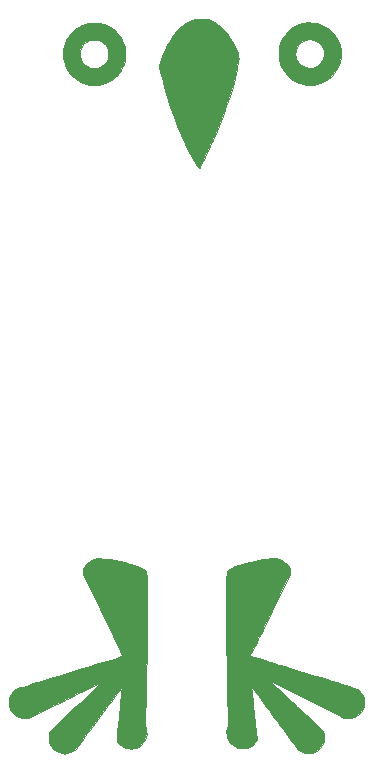
<source format=gbr>
G04 #@! TF.FileFunction,Soldermask,Top*
%FSLAX46Y46*%
G04 Gerber Fmt 4.6, Leading zero omitted, Abs format (unit mm)*
G04 Created by KiCad (PCBNEW 4.0.7) date 05/01/20 20:11:21*
%MOMM*%
%LPD*%
G01*
G04 APERTURE LIST*
%ADD10C,0.100000*%
%ADD11C,0.010000*%
G04 APERTURE END LIST*
D10*
D11*
G36*
X82702416Y-110451724D02*
X82983693Y-110481969D01*
X83295161Y-110524310D01*
X83749762Y-110597291D01*
X84188843Y-110681324D01*
X84605795Y-110774533D01*
X84994005Y-110875041D01*
X85346862Y-110980973D01*
X85657754Y-111090452D01*
X85920070Y-111201602D01*
X86127197Y-111312547D01*
X86169500Y-111339976D01*
X86211749Y-111366620D01*
X86249650Y-111388468D01*
X86283433Y-111408918D01*
X86313332Y-111431367D01*
X86339581Y-111459211D01*
X86362411Y-111495847D01*
X86382057Y-111544671D01*
X86398751Y-111609081D01*
X86412727Y-111692473D01*
X86424216Y-111798244D01*
X86433454Y-111929791D01*
X86440671Y-112090510D01*
X86446102Y-112283799D01*
X86449979Y-112513053D01*
X86452536Y-112781670D01*
X86454005Y-113093047D01*
X86454620Y-113450579D01*
X86454613Y-113857665D01*
X86454218Y-114317700D01*
X86453667Y-114834082D01*
X86453194Y-115410208D01*
X86453158Y-115474750D01*
X86452559Y-116145551D01*
X86451445Y-116760120D01*
X86449733Y-117325724D01*
X86447342Y-117849630D01*
X86444190Y-118339105D01*
X86440196Y-118801415D01*
X86435277Y-119243827D01*
X86429353Y-119673608D01*
X86422340Y-120098024D01*
X86414159Y-120524343D01*
X86404726Y-120959831D01*
X86393961Y-121411755D01*
X86381780Y-121887382D01*
X86380499Y-121935875D01*
X86367980Y-122410577D01*
X86357206Y-122826013D01*
X86348152Y-123186390D01*
X86340793Y-123495917D01*
X86335102Y-123758802D01*
X86331055Y-123979253D01*
X86328625Y-124161479D01*
X86327788Y-124309688D01*
X86328517Y-124428087D01*
X86330788Y-124520887D01*
X86334574Y-124592294D01*
X86339850Y-124646517D01*
X86346591Y-124687765D01*
X86354771Y-124720246D01*
X86363451Y-124745750D01*
X86431731Y-125012975D01*
X86441631Y-125282176D01*
X86397481Y-125545339D01*
X86303610Y-125794450D01*
X86164349Y-126021496D01*
X85984027Y-126218462D01*
X85766974Y-126377335D01*
X85517519Y-126490101D01*
X85403859Y-126521848D01*
X85133038Y-126553370D01*
X84858652Y-126528462D01*
X84593278Y-126451084D01*
X84349495Y-126325195D01*
X84139881Y-126154757D01*
X84099000Y-126111000D01*
X84057771Y-126066201D01*
X84022012Y-126027899D01*
X83991761Y-125991465D01*
X83967058Y-125952271D01*
X83947940Y-125905689D01*
X83934448Y-125847092D01*
X83926618Y-125771851D01*
X83924490Y-125675339D01*
X83928103Y-125552927D01*
X83937495Y-125399987D01*
X83952705Y-125211893D01*
X83973772Y-124984015D01*
X84000734Y-124711726D01*
X84033630Y-124390397D01*
X84072498Y-124015402D01*
X84117378Y-123582112D01*
X84120370Y-123553117D01*
X84158581Y-123182122D01*
X84194711Y-122830086D01*
X84228255Y-122502026D01*
X84258705Y-122202960D01*
X84285555Y-121937903D01*
X84308296Y-121711873D01*
X84326423Y-121529888D01*
X84339429Y-121396965D01*
X84346805Y-121318120D01*
X84348306Y-121297343D01*
X84328808Y-121321259D01*
X84274842Y-121392163D01*
X84189506Y-121505851D01*
X84075902Y-121658115D01*
X83937129Y-121844752D01*
X83776286Y-122061554D01*
X83596473Y-122304316D01*
X83400791Y-122568833D01*
X83192338Y-122850898D01*
X82974215Y-123146307D01*
X82749521Y-123450852D01*
X82521356Y-123760329D01*
X82292820Y-124070532D01*
X82067013Y-124377254D01*
X81847034Y-124676291D01*
X81635983Y-124963437D01*
X81436960Y-125234485D01*
X81253065Y-125485230D01*
X81087396Y-125711467D01*
X80943055Y-125908989D01*
X80823141Y-126073591D01*
X80730754Y-126201067D01*
X80668993Y-126287211D01*
X80642678Y-126325121D01*
X80455633Y-126555728D01*
X80229435Y-126737586D01*
X79969489Y-126867174D01*
X79702684Y-126937614D01*
X79587907Y-126955320D01*
X79505278Y-126962443D01*
X79427021Y-126958829D01*
X79325361Y-126944327D01*
X79270702Y-126935238D01*
X79010991Y-126860428D01*
X78768602Y-126730258D01*
X78553652Y-126552459D01*
X78376261Y-126334761D01*
X78291565Y-126187194D01*
X78207012Y-125949919D01*
X78169096Y-125686847D01*
X78179352Y-125416884D01*
X78214499Y-125239495D01*
X78268699Y-125039264D01*
X80473496Y-122967553D01*
X80789134Y-122670842D01*
X81091631Y-122386241D01*
X81377775Y-122116783D01*
X81644356Y-121865505D01*
X81888163Y-121635440D01*
X82105984Y-121429623D01*
X82294609Y-121251089D01*
X82450827Y-121102873D01*
X82571427Y-120988010D01*
X82653198Y-120909534D01*
X82692929Y-120870479D01*
X82696263Y-120866767D01*
X82670945Y-120876731D01*
X82592500Y-120913374D01*
X82464558Y-120974907D01*
X82290751Y-121059535D01*
X82074711Y-121165467D01*
X81820067Y-121290911D01*
X81530452Y-121434073D01*
X81209497Y-121593163D01*
X80860832Y-121766387D01*
X80488088Y-121951953D01*
X80094898Y-122148070D01*
X79684892Y-122352944D01*
X79655553Y-122367618D01*
X79240370Y-122574953D01*
X78838877Y-122774796D01*
X78454987Y-122965235D01*
X78092616Y-123144357D01*
X77755677Y-123310247D01*
X77448086Y-123460993D01*
X77173755Y-123594682D01*
X76936601Y-123709400D01*
X76740537Y-123803233D01*
X76589477Y-123874269D01*
X76487336Y-123920595D01*
X76438125Y-123940270D01*
X76162651Y-123983109D01*
X75890434Y-123966428D01*
X75629406Y-123894035D01*
X75387495Y-123769738D01*
X75172633Y-123597347D01*
X74992749Y-123380667D01*
X74887598Y-123195702D01*
X74842864Y-123096841D01*
X74813810Y-123014394D01*
X74797082Y-122929555D01*
X74789323Y-122823521D01*
X74787177Y-122677488D01*
X74787125Y-122632728D01*
X74788072Y-122476645D01*
X74793488Y-122364908D01*
X74807236Y-122278365D01*
X74833178Y-122197865D01*
X74875178Y-122104258D01*
X74906691Y-122039904D01*
X75047935Y-121810944D01*
X75223506Y-121618952D01*
X75421977Y-121476208D01*
X75440633Y-121466164D01*
X75483242Y-121450388D01*
X75583114Y-121417202D01*
X75736763Y-121367689D01*
X75940705Y-121302932D01*
X76191454Y-121224015D01*
X76485525Y-121132022D01*
X76819434Y-121028034D01*
X77189695Y-120913137D01*
X77592823Y-120788413D01*
X78025334Y-120654945D01*
X78483743Y-120513817D01*
X78964564Y-120366112D01*
X79464312Y-120212913D01*
X79962375Y-120060540D01*
X80475654Y-119903653D01*
X80972526Y-119751757D01*
X81449578Y-119605896D01*
X81903399Y-119467114D01*
X82330580Y-119336454D01*
X82727709Y-119214960D01*
X83091376Y-119103677D01*
X83418170Y-119003648D01*
X83704680Y-118915916D01*
X83947495Y-118841527D01*
X84143205Y-118781522D01*
X84288399Y-118736948D01*
X84379666Y-118708846D01*
X84413571Y-118698271D01*
X84405478Y-118668037D01*
X84369480Y-118582713D01*
X84306338Y-118443873D01*
X84216814Y-118253089D01*
X84101669Y-118011932D01*
X83961665Y-117721974D01*
X83797562Y-117384789D01*
X83610122Y-117001948D01*
X83400107Y-116575023D01*
X83168277Y-116105586D01*
X82915394Y-115595210D01*
X82734930Y-115231874D01*
X81018343Y-111778920D01*
X81035031Y-111594883D01*
X81086114Y-111357783D01*
X81190803Y-111124538D01*
X81340011Y-110909110D01*
X81524655Y-110725461D01*
X81665378Y-110626120D01*
X81803400Y-110552025D01*
X81943978Y-110496652D01*
X82095642Y-110459468D01*
X82266918Y-110439940D01*
X82466333Y-110437537D01*
X82702416Y-110451724D01*
X82702416Y-110451724D01*
G37*
X82702416Y-110451724D02*
X82983693Y-110481969D01*
X83295161Y-110524310D01*
X83749762Y-110597291D01*
X84188843Y-110681324D01*
X84605795Y-110774533D01*
X84994005Y-110875041D01*
X85346862Y-110980973D01*
X85657754Y-111090452D01*
X85920070Y-111201602D01*
X86127197Y-111312547D01*
X86169500Y-111339976D01*
X86211749Y-111366620D01*
X86249650Y-111388468D01*
X86283433Y-111408918D01*
X86313332Y-111431367D01*
X86339581Y-111459211D01*
X86362411Y-111495847D01*
X86382057Y-111544671D01*
X86398751Y-111609081D01*
X86412727Y-111692473D01*
X86424216Y-111798244D01*
X86433454Y-111929791D01*
X86440671Y-112090510D01*
X86446102Y-112283799D01*
X86449979Y-112513053D01*
X86452536Y-112781670D01*
X86454005Y-113093047D01*
X86454620Y-113450579D01*
X86454613Y-113857665D01*
X86454218Y-114317700D01*
X86453667Y-114834082D01*
X86453194Y-115410208D01*
X86453158Y-115474750D01*
X86452559Y-116145551D01*
X86451445Y-116760120D01*
X86449733Y-117325724D01*
X86447342Y-117849630D01*
X86444190Y-118339105D01*
X86440196Y-118801415D01*
X86435277Y-119243827D01*
X86429353Y-119673608D01*
X86422340Y-120098024D01*
X86414159Y-120524343D01*
X86404726Y-120959831D01*
X86393961Y-121411755D01*
X86381780Y-121887382D01*
X86380499Y-121935875D01*
X86367980Y-122410577D01*
X86357206Y-122826013D01*
X86348152Y-123186390D01*
X86340793Y-123495917D01*
X86335102Y-123758802D01*
X86331055Y-123979253D01*
X86328625Y-124161479D01*
X86327788Y-124309688D01*
X86328517Y-124428087D01*
X86330788Y-124520887D01*
X86334574Y-124592294D01*
X86339850Y-124646517D01*
X86346591Y-124687765D01*
X86354771Y-124720246D01*
X86363451Y-124745750D01*
X86431731Y-125012975D01*
X86441631Y-125282176D01*
X86397481Y-125545339D01*
X86303610Y-125794450D01*
X86164349Y-126021496D01*
X85984027Y-126218462D01*
X85766974Y-126377335D01*
X85517519Y-126490101D01*
X85403859Y-126521848D01*
X85133038Y-126553370D01*
X84858652Y-126528462D01*
X84593278Y-126451084D01*
X84349495Y-126325195D01*
X84139881Y-126154757D01*
X84099000Y-126111000D01*
X84057771Y-126066201D01*
X84022012Y-126027899D01*
X83991761Y-125991465D01*
X83967058Y-125952271D01*
X83947940Y-125905689D01*
X83934448Y-125847092D01*
X83926618Y-125771851D01*
X83924490Y-125675339D01*
X83928103Y-125552927D01*
X83937495Y-125399987D01*
X83952705Y-125211893D01*
X83973772Y-124984015D01*
X84000734Y-124711726D01*
X84033630Y-124390397D01*
X84072498Y-124015402D01*
X84117378Y-123582112D01*
X84120370Y-123553117D01*
X84158581Y-123182122D01*
X84194711Y-122830086D01*
X84228255Y-122502026D01*
X84258705Y-122202960D01*
X84285555Y-121937903D01*
X84308296Y-121711873D01*
X84326423Y-121529888D01*
X84339429Y-121396965D01*
X84346805Y-121318120D01*
X84348306Y-121297343D01*
X84328808Y-121321259D01*
X84274842Y-121392163D01*
X84189506Y-121505851D01*
X84075902Y-121658115D01*
X83937129Y-121844752D01*
X83776286Y-122061554D01*
X83596473Y-122304316D01*
X83400791Y-122568833D01*
X83192338Y-122850898D01*
X82974215Y-123146307D01*
X82749521Y-123450852D01*
X82521356Y-123760329D01*
X82292820Y-124070532D01*
X82067013Y-124377254D01*
X81847034Y-124676291D01*
X81635983Y-124963437D01*
X81436960Y-125234485D01*
X81253065Y-125485230D01*
X81087396Y-125711467D01*
X80943055Y-125908989D01*
X80823141Y-126073591D01*
X80730754Y-126201067D01*
X80668993Y-126287211D01*
X80642678Y-126325121D01*
X80455633Y-126555728D01*
X80229435Y-126737586D01*
X79969489Y-126867174D01*
X79702684Y-126937614D01*
X79587907Y-126955320D01*
X79505278Y-126962443D01*
X79427021Y-126958829D01*
X79325361Y-126944327D01*
X79270702Y-126935238D01*
X79010991Y-126860428D01*
X78768602Y-126730258D01*
X78553652Y-126552459D01*
X78376261Y-126334761D01*
X78291565Y-126187194D01*
X78207012Y-125949919D01*
X78169096Y-125686847D01*
X78179352Y-125416884D01*
X78214499Y-125239495D01*
X78268699Y-125039264D01*
X80473496Y-122967553D01*
X80789134Y-122670842D01*
X81091631Y-122386241D01*
X81377775Y-122116783D01*
X81644356Y-121865505D01*
X81888163Y-121635440D01*
X82105984Y-121429623D01*
X82294609Y-121251089D01*
X82450827Y-121102873D01*
X82571427Y-120988010D01*
X82653198Y-120909534D01*
X82692929Y-120870479D01*
X82696263Y-120866767D01*
X82670945Y-120876731D01*
X82592500Y-120913374D01*
X82464558Y-120974907D01*
X82290751Y-121059535D01*
X82074711Y-121165467D01*
X81820067Y-121290911D01*
X81530452Y-121434073D01*
X81209497Y-121593163D01*
X80860832Y-121766387D01*
X80488088Y-121951953D01*
X80094898Y-122148070D01*
X79684892Y-122352944D01*
X79655553Y-122367618D01*
X79240370Y-122574953D01*
X78838877Y-122774796D01*
X78454987Y-122965235D01*
X78092616Y-123144357D01*
X77755677Y-123310247D01*
X77448086Y-123460993D01*
X77173755Y-123594682D01*
X76936601Y-123709400D01*
X76740537Y-123803233D01*
X76589477Y-123874269D01*
X76487336Y-123920595D01*
X76438125Y-123940270D01*
X76162651Y-123983109D01*
X75890434Y-123966428D01*
X75629406Y-123894035D01*
X75387495Y-123769738D01*
X75172633Y-123597347D01*
X74992749Y-123380667D01*
X74887598Y-123195702D01*
X74842864Y-123096841D01*
X74813810Y-123014394D01*
X74797082Y-122929555D01*
X74789323Y-122823521D01*
X74787177Y-122677488D01*
X74787125Y-122632728D01*
X74788072Y-122476645D01*
X74793488Y-122364908D01*
X74807236Y-122278365D01*
X74833178Y-122197865D01*
X74875178Y-122104258D01*
X74906691Y-122039904D01*
X75047935Y-121810944D01*
X75223506Y-121618952D01*
X75421977Y-121476208D01*
X75440633Y-121466164D01*
X75483242Y-121450388D01*
X75583114Y-121417202D01*
X75736763Y-121367689D01*
X75940705Y-121302932D01*
X76191454Y-121224015D01*
X76485525Y-121132022D01*
X76819434Y-121028034D01*
X77189695Y-120913137D01*
X77592823Y-120788413D01*
X78025334Y-120654945D01*
X78483743Y-120513817D01*
X78964564Y-120366112D01*
X79464312Y-120212913D01*
X79962375Y-120060540D01*
X80475654Y-119903653D01*
X80972526Y-119751757D01*
X81449578Y-119605896D01*
X81903399Y-119467114D01*
X82330580Y-119336454D01*
X82727709Y-119214960D01*
X83091376Y-119103677D01*
X83418170Y-119003648D01*
X83704680Y-118915916D01*
X83947495Y-118841527D01*
X84143205Y-118781522D01*
X84288399Y-118736948D01*
X84379666Y-118708846D01*
X84413571Y-118698271D01*
X84405478Y-118668037D01*
X84369480Y-118582713D01*
X84306338Y-118443873D01*
X84216814Y-118253089D01*
X84101669Y-118011932D01*
X83961665Y-117721974D01*
X83797562Y-117384789D01*
X83610122Y-117001948D01*
X83400107Y-116575023D01*
X83168277Y-116105586D01*
X82915394Y-115595210D01*
X82734930Y-115231874D01*
X81018343Y-111778920D01*
X81035031Y-111594883D01*
X81086114Y-111357783D01*
X81190803Y-111124538D01*
X81340011Y-110909110D01*
X81524655Y-110725461D01*
X81665378Y-110626120D01*
X81803400Y-110552025D01*
X81943978Y-110496652D01*
X82095642Y-110459468D01*
X82266918Y-110439940D01*
X82466333Y-110437537D01*
X82702416Y-110451724D01*
G36*
X97412392Y-110427673D02*
X97590856Y-110448648D01*
X97630718Y-110457998D01*
X97883967Y-110555997D01*
X98111085Y-110701779D01*
X98304558Y-110886737D01*
X98456868Y-111102260D01*
X98560502Y-111339740D01*
X98606893Y-111576229D01*
X98622999Y-111776868D01*
X96902966Y-115216817D01*
X96684541Y-115653868D01*
X96474307Y-116074955D01*
X96273980Y-116476617D01*
X96085280Y-116855390D01*
X95909922Y-117207812D01*
X95749626Y-117530420D01*
X95606109Y-117819753D01*
X95481089Y-118072347D01*
X95376284Y-118284740D01*
X95293412Y-118453470D01*
X95234189Y-118575075D01*
X95200336Y-118646091D01*
X95192654Y-118664145D01*
X95223600Y-118674110D01*
X95311909Y-118701582D01*
X95454211Y-118745529D01*
X95647135Y-118804919D01*
X95887312Y-118878717D01*
X96171372Y-118965891D01*
X96495944Y-119065408D01*
X96857659Y-119176236D01*
X97253146Y-119297341D01*
X97679035Y-119427691D01*
X98131957Y-119566253D01*
X98608541Y-119711993D01*
X99105416Y-119863879D01*
X99619214Y-120020878D01*
X99647375Y-120029481D01*
X100192051Y-120196135D01*
X100715965Y-120356939D01*
X101215963Y-120510903D01*
X101688892Y-120657039D01*
X102131598Y-120794355D01*
X102540927Y-120921865D01*
X102913727Y-121038578D01*
X103246842Y-121143505D01*
X103537121Y-121235657D01*
X103781409Y-121314045D01*
X103976553Y-121377679D01*
X104119399Y-121425571D01*
X104206794Y-121456730D01*
X104233086Y-121467940D01*
X104430493Y-121613523D01*
X104606331Y-121807291D01*
X104747245Y-122034461D01*
X104750062Y-122040151D01*
X104795302Y-122135520D01*
X104825136Y-122214027D01*
X104842761Y-122293390D01*
X104851371Y-122391325D01*
X104854162Y-122525550D01*
X104854375Y-122618500D01*
X104853404Y-122779286D01*
X104848337Y-122894346D01*
X104835944Y-122981449D01*
X104812996Y-123058361D01*
X104776260Y-123142852D01*
X104748734Y-123199545D01*
X104592375Y-123446725D01*
X104388458Y-123655108D01*
X104144922Y-123816753D01*
X104117795Y-123830484D01*
X104022915Y-123875649D01*
X103945167Y-123905684D01*
X103867307Y-123923668D01*
X103772095Y-123932679D01*
X103642287Y-123935799D01*
X103526202Y-123936125D01*
X103149195Y-123936125D01*
X100001328Y-122355018D01*
X99584653Y-122145849D01*
X99184681Y-121945296D01*
X98804967Y-121755131D01*
X98449068Y-121577123D01*
X98120539Y-121413043D01*
X97822937Y-121264661D01*
X97559818Y-121133750D01*
X97334736Y-121022078D01*
X97151248Y-120931418D01*
X97012911Y-120863539D01*
X96923279Y-120820213D01*
X96885909Y-120803209D01*
X96885168Y-120803296D01*
X96912401Y-120828798D01*
X96982703Y-120894715D01*
X97092838Y-120998011D01*
X97239570Y-121135651D01*
X97419663Y-121304598D01*
X97629880Y-121501816D01*
X97866985Y-121724269D01*
X98127742Y-121968921D01*
X98408915Y-122232736D01*
X98707267Y-122512677D01*
X99019563Y-122805709D01*
X99123500Y-122903236D01*
X99518258Y-123274040D01*
X99868475Y-123603872D01*
X100176290Y-123894812D01*
X100443843Y-124148935D01*
X100673273Y-124368319D01*
X100866719Y-124555043D01*
X101026320Y-124711184D01*
X101154215Y-124838819D01*
X101252545Y-124940025D01*
X101323447Y-125016882D01*
X101369062Y-125071465D01*
X101391519Y-125105832D01*
X101435144Y-125244282D01*
X101461806Y-125421824D01*
X101470668Y-125616130D01*
X101460891Y-125804873D01*
X101431636Y-125965724D01*
X101424678Y-125988650D01*
X101305690Y-126257337D01*
X101140325Y-126487787D01*
X100935044Y-126675311D01*
X100696310Y-126815215D01*
X100430584Y-126902808D01*
X100144327Y-126933399D01*
X100123625Y-126933284D01*
X99989243Y-126924727D01*
X99854549Y-126905549D01*
X99790250Y-126891066D01*
X99517778Y-126783434D01*
X99279208Y-126622597D01*
X99077743Y-126410939D01*
X99004620Y-126306924D01*
X98972929Y-126261298D01*
X98907202Y-126169739D01*
X98810642Y-126036590D01*
X98686452Y-125866196D01*
X98537835Y-125662902D01*
X98367992Y-125431052D01*
X98180127Y-125174990D01*
X97977442Y-124899060D01*
X97763139Y-124607607D01*
X97540422Y-124304975D01*
X97312493Y-123995509D01*
X97082554Y-123683552D01*
X96853808Y-123373450D01*
X96629457Y-123069546D01*
X96412705Y-122776184D01*
X96206753Y-122497710D01*
X96014805Y-122238467D01*
X95840063Y-122002800D01*
X95685729Y-121795053D01*
X95555006Y-121619571D01*
X95451096Y-121480697D01*
X95377203Y-121382776D01*
X95336529Y-121330153D01*
X95330657Y-121323158D01*
X95304942Y-121305532D01*
X95300144Y-121338668D01*
X95303460Y-121370783D01*
X95308515Y-121416771D01*
X95319463Y-121520543D01*
X95335748Y-121676711D01*
X95356814Y-121879889D01*
X95382106Y-122124688D01*
X95411066Y-122405722D01*
X95443139Y-122717601D01*
X95477768Y-123054940D01*
X95514398Y-123412351D01*
X95536378Y-123627087D01*
X95758133Y-125794549D01*
X95682999Y-125913087D01*
X95568020Y-126059785D01*
X95415003Y-126207520D01*
X95246077Y-126337023D01*
X95098224Y-126422297D01*
X95011544Y-126459850D01*
X94932617Y-126484423D01*
X94844015Y-126498732D01*
X94728309Y-126505489D01*
X94568071Y-126507409D01*
X94551500Y-126507437D01*
X94390012Y-126506542D01*
X94274002Y-126501309D01*
X94185457Y-126488599D01*
X94106366Y-126465271D01*
X94018717Y-126428187D01*
X93972356Y-126406493D01*
X93738893Y-126263430D01*
X93542503Y-126077947D01*
X93386883Y-125859233D01*
X93275731Y-125616479D01*
X93212746Y-125358875D01*
X93201626Y-125095610D01*
X93246068Y-124835875D01*
X93290008Y-124710857D01*
X93297872Y-124685634D01*
X93304368Y-124648182D01*
X93309459Y-124594550D01*
X93313106Y-124520784D01*
X93315272Y-124422934D01*
X93315919Y-124297045D01*
X93315009Y-124139166D01*
X93312504Y-123945345D01*
X93308366Y-123711628D01*
X93302557Y-123434064D01*
X93295040Y-123108701D01*
X93285776Y-122731585D01*
X93274728Y-122298765D01*
X93262333Y-121824333D01*
X93251815Y-121396846D01*
X93241977Y-120941250D01*
X93232830Y-120461408D01*
X93224387Y-119961181D01*
X93216660Y-119444433D01*
X93209662Y-118915026D01*
X93203406Y-118376821D01*
X93197904Y-117833682D01*
X93193168Y-117289471D01*
X93189211Y-116748050D01*
X93186046Y-116213281D01*
X93183685Y-115689027D01*
X93182140Y-115179150D01*
X93181425Y-114687513D01*
X93181551Y-114217978D01*
X93182532Y-113774407D01*
X93184379Y-113360663D01*
X93187106Y-112980608D01*
X93190724Y-112638105D01*
X93195246Y-112337015D01*
X93200686Y-112081201D01*
X93207055Y-111874526D01*
X93214365Y-111720852D01*
X93222631Y-111624040D01*
X93229145Y-111591796D01*
X93315582Y-111460725D01*
X93462979Y-111332704D01*
X93668801Y-111209814D01*
X93732756Y-111178400D01*
X93967966Y-111078400D01*
X94243418Y-110980171D01*
X94550934Y-110885223D01*
X94882338Y-110795067D01*
X95229454Y-110711214D01*
X95584106Y-110635176D01*
X95938118Y-110568464D01*
X96283312Y-110512588D01*
X96611513Y-110469060D01*
X96914544Y-110439391D01*
X97184229Y-110425092D01*
X97412392Y-110427673D01*
X97412392Y-110427673D01*
G37*
X97412392Y-110427673D02*
X97590856Y-110448648D01*
X97630718Y-110457998D01*
X97883967Y-110555997D01*
X98111085Y-110701779D01*
X98304558Y-110886737D01*
X98456868Y-111102260D01*
X98560502Y-111339740D01*
X98606893Y-111576229D01*
X98622999Y-111776868D01*
X96902966Y-115216817D01*
X96684541Y-115653868D01*
X96474307Y-116074955D01*
X96273980Y-116476617D01*
X96085280Y-116855390D01*
X95909922Y-117207812D01*
X95749626Y-117530420D01*
X95606109Y-117819753D01*
X95481089Y-118072347D01*
X95376284Y-118284740D01*
X95293412Y-118453470D01*
X95234189Y-118575075D01*
X95200336Y-118646091D01*
X95192654Y-118664145D01*
X95223600Y-118674110D01*
X95311909Y-118701582D01*
X95454211Y-118745529D01*
X95647135Y-118804919D01*
X95887312Y-118878717D01*
X96171372Y-118965891D01*
X96495944Y-119065408D01*
X96857659Y-119176236D01*
X97253146Y-119297341D01*
X97679035Y-119427691D01*
X98131957Y-119566253D01*
X98608541Y-119711993D01*
X99105416Y-119863879D01*
X99619214Y-120020878D01*
X99647375Y-120029481D01*
X100192051Y-120196135D01*
X100715965Y-120356939D01*
X101215963Y-120510903D01*
X101688892Y-120657039D01*
X102131598Y-120794355D01*
X102540927Y-120921865D01*
X102913727Y-121038578D01*
X103246842Y-121143505D01*
X103537121Y-121235657D01*
X103781409Y-121314045D01*
X103976553Y-121377679D01*
X104119399Y-121425571D01*
X104206794Y-121456730D01*
X104233086Y-121467940D01*
X104430493Y-121613523D01*
X104606331Y-121807291D01*
X104747245Y-122034461D01*
X104750062Y-122040151D01*
X104795302Y-122135520D01*
X104825136Y-122214027D01*
X104842761Y-122293390D01*
X104851371Y-122391325D01*
X104854162Y-122525550D01*
X104854375Y-122618500D01*
X104853404Y-122779286D01*
X104848337Y-122894346D01*
X104835944Y-122981449D01*
X104812996Y-123058361D01*
X104776260Y-123142852D01*
X104748734Y-123199545D01*
X104592375Y-123446725D01*
X104388458Y-123655108D01*
X104144922Y-123816753D01*
X104117795Y-123830484D01*
X104022915Y-123875649D01*
X103945167Y-123905684D01*
X103867307Y-123923668D01*
X103772095Y-123932679D01*
X103642287Y-123935799D01*
X103526202Y-123936125D01*
X103149195Y-123936125D01*
X100001328Y-122355018D01*
X99584653Y-122145849D01*
X99184681Y-121945296D01*
X98804967Y-121755131D01*
X98449068Y-121577123D01*
X98120539Y-121413043D01*
X97822937Y-121264661D01*
X97559818Y-121133750D01*
X97334736Y-121022078D01*
X97151248Y-120931418D01*
X97012911Y-120863539D01*
X96923279Y-120820213D01*
X96885909Y-120803209D01*
X96885168Y-120803296D01*
X96912401Y-120828798D01*
X96982703Y-120894715D01*
X97092838Y-120998011D01*
X97239570Y-121135651D01*
X97419663Y-121304598D01*
X97629880Y-121501816D01*
X97866985Y-121724269D01*
X98127742Y-121968921D01*
X98408915Y-122232736D01*
X98707267Y-122512677D01*
X99019563Y-122805709D01*
X99123500Y-122903236D01*
X99518258Y-123274040D01*
X99868475Y-123603872D01*
X100176290Y-123894812D01*
X100443843Y-124148935D01*
X100673273Y-124368319D01*
X100866719Y-124555043D01*
X101026320Y-124711184D01*
X101154215Y-124838819D01*
X101252545Y-124940025D01*
X101323447Y-125016882D01*
X101369062Y-125071465D01*
X101391519Y-125105832D01*
X101435144Y-125244282D01*
X101461806Y-125421824D01*
X101470668Y-125616130D01*
X101460891Y-125804873D01*
X101431636Y-125965724D01*
X101424678Y-125988650D01*
X101305690Y-126257337D01*
X101140325Y-126487787D01*
X100935044Y-126675311D01*
X100696310Y-126815215D01*
X100430584Y-126902808D01*
X100144327Y-126933399D01*
X100123625Y-126933284D01*
X99989243Y-126924727D01*
X99854549Y-126905549D01*
X99790250Y-126891066D01*
X99517778Y-126783434D01*
X99279208Y-126622597D01*
X99077743Y-126410939D01*
X99004620Y-126306924D01*
X98972929Y-126261298D01*
X98907202Y-126169739D01*
X98810642Y-126036590D01*
X98686452Y-125866196D01*
X98537835Y-125662902D01*
X98367992Y-125431052D01*
X98180127Y-125174990D01*
X97977442Y-124899060D01*
X97763139Y-124607607D01*
X97540422Y-124304975D01*
X97312493Y-123995509D01*
X97082554Y-123683552D01*
X96853808Y-123373450D01*
X96629457Y-123069546D01*
X96412705Y-122776184D01*
X96206753Y-122497710D01*
X96014805Y-122238467D01*
X95840063Y-122002800D01*
X95685729Y-121795053D01*
X95555006Y-121619571D01*
X95451096Y-121480697D01*
X95377203Y-121382776D01*
X95336529Y-121330153D01*
X95330657Y-121323158D01*
X95304942Y-121305532D01*
X95300144Y-121338668D01*
X95303460Y-121370783D01*
X95308515Y-121416771D01*
X95319463Y-121520543D01*
X95335748Y-121676711D01*
X95356814Y-121879889D01*
X95382106Y-122124688D01*
X95411066Y-122405722D01*
X95443139Y-122717601D01*
X95477768Y-123054940D01*
X95514398Y-123412351D01*
X95536378Y-123627087D01*
X95758133Y-125794549D01*
X95682999Y-125913087D01*
X95568020Y-126059785D01*
X95415003Y-126207520D01*
X95246077Y-126337023D01*
X95098224Y-126422297D01*
X95011544Y-126459850D01*
X94932617Y-126484423D01*
X94844015Y-126498732D01*
X94728309Y-126505489D01*
X94568071Y-126507409D01*
X94551500Y-126507437D01*
X94390012Y-126506542D01*
X94274002Y-126501309D01*
X94185457Y-126488599D01*
X94106366Y-126465271D01*
X94018717Y-126428187D01*
X93972356Y-126406493D01*
X93738893Y-126263430D01*
X93542503Y-126077947D01*
X93386883Y-125859233D01*
X93275731Y-125616479D01*
X93212746Y-125358875D01*
X93201626Y-125095610D01*
X93246068Y-124835875D01*
X93290008Y-124710857D01*
X93297872Y-124685634D01*
X93304368Y-124648182D01*
X93309459Y-124594550D01*
X93313106Y-124520784D01*
X93315272Y-124422934D01*
X93315919Y-124297045D01*
X93315009Y-124139166D01*
X93312504Y-123945345D01*
X93308366Y-123711628D01*
X93302557Y-123434064D01*
X93295040Y-123108701D01*
X93285776Y-122731585D01*
X93274728Y-122298765D01*
X93262333Y-121824333D01*
X93251815Y-121396846D01*
X93241977Y-120941250D01*
X93232830Y-120461408D01*
X93224387Y-119961181D01*
X93216660Y-119444433D01*
X93209662Y-118915026D01*
X93203406Y-118376821D01*
X93197904Y-117833682D01*
X93193168Y-117289471D01*
X93189211Y-116748050D01*
X93186046Y-116213281D01*
X93183685Y-115689027D01*
X93182140Y-115179150D01*
X93181425Y-114687513D01*
X93181551Y-114217978D01*
X93182532Y-113774407D01*
X93184379Y-113360663D01*
X93187106Y-112980608D01*
X93190724Y-112638105D01*
X93195246Y-112337015D01*
X93200686Y-112081201D01*
X93207055Y-111874526D01*
X93214365Y-111720852D01*
X93222631Y-111624040D01*
X93229145Y-111591796D01*
X93315582Y-111460725D01*
X93462979Y-111332704D01*
X93668801Y-111209814D01*
X93732756Y-111178400D01*
X93967966Y-111078400D01*
X94243418Y-110980171D01*
X94550934Y-110885223D01*
X94882338Y-110795067D01*
X95229454Y-110711214D01*
X95584106Y-110635176D01*
X95938118Y-110568464D01*
X96283312Y-110512588D01*
X96611513Y-110469060D01*
X96914544Y-110439391D01*
X97184229Y-110425092D01*
X97412392Y-110427673D01*
G36*
X91600007Y-64788066D02*
X91955807Y-64900066D01*
X92302199Y-65072937D01*
X92429595Y-65154025D01*
X92690988Y-65360094D01*
X92952022Y-65621852D01*
X93207539Y-65931669D01*
X93452383Y-66281917D01*
X93681395Y-66664966D01*
X93889420Y-67073185D01*
X94071299Y-67498947D01*
X94139513Y-67683608D01*
X94176538Y-67793352D01*
X94203624Y-67890952D01*
X94220338Y-67985656D01*
X94226247Y-68086711D01*
X94220918Y-68203364D01*
X94203917Y-68344861D01*
X94174812Y-68520449D01*
X94133170Y-68739376D01*
X94078557Y-69010889D01*
X94076999Y-69018544D01*
X93915501Y-69735080D01*
X93714911Y-70493181D01*
X93477462Y-71286197D01*
X93205387Y-72107480D01*
X92900918Y-72950381D01*
X92566288Y-73808249D01*
X92203730Y-74674438D01*
X92092024Y-74930000D01*
X92022163Y-75085379D01*
X91935395Y-75273750D01*
X91835407Y-75487504D01*
X91725886Y-75719033D01*
X91610520Y-75960732D01*
X91492996Y-76204993D01*
X91377000Y-76444208D01*
X91266221Y-76670771D01*
X91164345Y-76877073D01*
X91075059Y-77055509D01*
X91002051Y-77198471D01*
X90949008Y-77298351D01*
X90921484Y-77344983D01*
X90896161Y-77376685D01*
X90872725Y-77383054D01*
X90841895Y-77356741D01*
X90794386Y-77290400D01*
X90733305Y-77196031D01*
X90387094Y-76623895D01*
X90043731Y-75994840D01*
X89705838Y-75315445D01*
X89376038Y-74592290D01*
X89056955Y-73831955D01*
X88751209Y-73041020D01*
X88461425Y-72226065D01*
X88190225Y-71393669D01*
X87940232Y-70550413D01*
X87714067Y-69702877D01*
X87660519Y-69486843D01*
X87602117Y-69243257D01*
X87559738Y-69048610D01*
X87533404Y-68890390D01*
X87523133Y-68756089D01*
X87528946Y-68633193D01*
X87550862Y-68509193D01*
X87588900Y-68371578D01*
X87643081Y-68207836D01*
X87662616Y-68151375D01*
X87812367Y-67759812D01*
X87990498Y-67360203D01*
X88189323Y-66966951D01*
X88401154Y-66594458D01*
X88618303Y-66257128D01*
X88815869Y-65990596D01*
X89126649Y-65643475D01*
X89454751Y-65351037D01*
X89796833Y-65114056D01*
X90149554Y-64933304D01*
X90509573Y-64809556D01*
X90873549Y-64743584D01*
X91238141Y-64736163D01*
X91600007Y-64788066D01*
X91600007Y-64788066D01*
G37*
X91600007Y-64788066D02*
X91955807Y-64900066D01*
X92302199Y-65072937D01*
X92429595Y-65154025D01*
X92690988Y-65360094D01*
X92952022Y-65621852D01*
X93207539Y-65931669D01*
X93452383Y-66281917D01*
X93681395Y-66664966D01*
X93889420Y-67073185D01*
X94071299Y-67498947D01*
X94139513Y-67683608D01*
X94176538Y-67793352D01*
X94203624Y-67890952D01*
X94220338Y-67985656D01*
X94226247Y-68086711D01*
X94220918Y-68203364D01*
X94203917Y-68344861D01*
X94174812Y-68520449D01*
X94133170Y-68739376D01*
X94078557Y-69010889D01*
X94076999Y-69018544D01*
X93915501Y-69735080D01*
X93714911Y-70493181D01*
X93477462Y-71286197D01*
X93205387Y-72107480D01*
X92900918Y-72950381D01*
X92566288Y-73808249D01*
X92203730Y-74674438D01*
X92092024Y-74930000D01*
X92022163Y-75085379D01*
X91935395Y-75273750D01*
X91835407Y-75487504D01*
X91725886Y-75719033D01*
X91610520Y-75960732D01*
X91492996Y-76204993D01*
X91377000Y-76444208D01*
X91266221Y-76670771D01*
X91164345Y-76877073D01*
X91075059Y-77055509D01*
X91002051Y-77198471D01*
X90949008Y-77298351D01*
X90921484Y-77344983D01*
X90896161Y-77376685D01*
X90872725Y-77383054D01*
X90841895Y-77356741D01*
X90794386Y-77290400D01*
X90733305Y-77196031D01*
X90387094Y-76623895D01*
X90043731Y-75994840D01*
X89705838Y-75315445D01*
X89376038Y-74592290D01*
X89056955Y-73831955D01*
X88751209Y-73041020D01*
X88461425Y-72226065D01*
X88190225Y-71393669D01*
X87940232Y-70550413D01*
X87714067Y-69702877D01*
X87660519Y-69486843D01*
X87602117Y-69243257D01*
X87559738Y-69048610D01*
X87533404Y-68890390D01*
X87523133Y-68756089D01*
X87528946Y-68633193D01*
X87550862Y-68509193D01*
X87588900Y-68371578D01*
X87643081Y-68207836D01*
X87662616Y-68151375D01*
X87812367Y-67759812D01*
X87990498Y-67360203D01*
X88189323Y-66966951D01*
X88401154Y-66594458D01*
X88618303Y-66257128D01*
X88815869Y-65990596D01*
X89126649Y-65643475D01*
X89454751Y-65351037D01*
X89796833Y-65114056D01*
X90149554Y-64933304D01*
X90509573Y-64809556D01*
X90873549Y-64743584D01*
X91238141Y-64736163D01*
X91600007Y-64788066D01*
G36*
X82426739Y-65114863D02*
X82817917Y-65203448D01*
X83184116Y-65350202D01*
X83524098Y-65554612D01*
X83836623Y-65816165D01*
X83880043Y-65859267D01*
X84035876Y-66026090D01*
X84159764Y-66182538D01*
X84267384Y-66351043D01*
X84374413Y-66554038D01*
X84394658Y-66595625D01*
X84484199Y-66793485D01*
X84548514Y-66970323D01*
X84591385Y-67144276D01*
X84616591Y-67333484D01*
X84627916Y-67556085D01*
X84629625Y-67722750D01*
X84625142Y-67975915D01*
X84609175Y-68184188D01*
X84577942Y-68365708D01*
X84527660Y-68538613D01*
X84454550Y-68721041D01*
X84394658Y-68849875D01*
X84286085Y-69061388D01*
X84179720Y-69234406D01*
X84059887Y-69391362D01*
X83910907Y-69554688D01*
X83880043Y-69586232D01*
X83586484Y-69844576D01*
X83264530Y-70050870D01*
X82906656Y-70209359D01*
X82618868Y-70297187D01*
X82440939Y-70329389D01*
X82222203Y-70348931D01*
X81984121Y-70355588D01*
X81748159Y-70349137D01*
X81535777Y-70329356D01*
X81422334Y-70309639D01*
X81042720Y-70194340D01*
X80687100Y-70022736D01*
X80361112Y-69799305D01*
X80070392Y-69528532D01*
X79820576Y-69214897D01*
X79626474Y-68881736D01*
X79508947Y-68612937D01*
X79429882Y-68355242D01*
X79384333Y-68086563D01*
X79367354Y-67784811D01*
X79366950Y-67722750D01*
X79371236Y-67613427D01*
X80791075Y-67613427D01*
X80794677Y-67857523D01*
X80801462Y-67899537D01*
X80882360Y-68181145D01*
X81013147Y-68423963D01*
X81192613Y-68626467D01*
X81419549Y-68787133D01*
X81560085Y-68855403D01*
X81657102Y-68892353D01*
X81745905Y-68913896D01*
X81847909Y-68922922D01*
X81984532Y-68922324D01*
X82042000Y-68920466D01*
X82204072Y-68911213D01*
X82324829Y-68894252D01*
X82426371Y-68865165D01*
X82519463Y-68825032D01*
X82728405Y-68692758D01*
X82915376Y-68512862D01*
X83065169Y-68300861D01*
X83101822Y-68230750D01*
X83149605Y-68124843D01*
X83179038Y-68035642D01*
X83194467Y-67940857D01*
X83200239Y-67818196D01*
X83200875Y-67722750D01*
X83198734Y-67572393D01*
X83189433Y-67463080D01*
X83168650Y-67372415D01*
X83132067Y-67278006D01*
X83102876Y-67214750D01*
X82965626Y-66992078D01*
X82783897Y-66797603D01*
X82572729Y-66646707D01*
X82520626Y-66619315D01*
X82432366Y-66579244D01*
X82352517Y-66553720D01*
X82262252Y-66539535D01*
X82142742Y-66533478D01*
X82010250Y-66532327D01*
X81851579Y-66534050D01*
X81737143Y-66541562D01*
X81647731Y-66558036D01*
X81564133Y-66586646D01*
X81494763Y-66617474D01*
X81276843Y-66751510D01*
X81091801Y-66928689D01*
X80945350Y-67138444D01*
X80843204Y-67370212D01*
X80791075Y-67613427D01*
X79371236Y-67613427D01*
X79379122Y-67412335D01*
X79418937Y-67139137D01*
X79491340Y-66881065D01*
X79601277Y-66616031D01*
X79626474Y-66563763D01*
X79835318Y-66204609D01*
X80086044Y-65893050D01*
X80380011Y-65627790D01*
X80718579Y-65407534D01*
X80968138Y-65285752D01*
X81260396Y-65179877D01*
X81560387Y-65114843D01*
X81888258Y-65086773D01*
X82011822Y-65084962D01*
X82426739Y-65114863D01*
X82426739Y-65114863D01*
G37*
X82426739Y-65114863D02*
X82817917Y-65203448D01*
X83184116Y-65350202D01*
X83524098Y-65554612D01*
X83836623Y-65816165D01*
X83880043Y-65859267D01*
X84035876Y-66026090D01*
X84159764Y-66182538D01*
X84267384Y-66351043D01*
X84374413Y-66554038D01*
X84394658Y-66595625D01*
X84484199Y-66793485D01*
X84548514Y-66970323D01*
X84591385Y-67144276D01*
X84616591Y-67333484D01*
X84627916Y-67556085D01*
X84629625Y-67722750D01*
X84625142Y-67975915D01*
X84609175Y-68184188D01*
X84577942Y-68365708D01*
X84527660Y-68538613D01*
X84454550Y-68721041D01*
X84394658Y-68849875D01*
X84286085Y-69061388D01*
X84179720Y-69234406D01*
X84059887Y-69391362D01*
X83910907Y-69554688D01*
X83880043Y-69586232D01*
X83586484Y-69844576D01*
X83264530Y-70050870D01*
X82906656Y-70209359D01*
X82618868Y-70297187D01*
X82440939Y-70329389D01*
X82222203Y-70348931D01*
X81984121Y-70355588D01*
X81748159Y-70349137D01*
X81535777Y-70329356D01*
X81422334Y-70309639D01*
X81042720Y-70194340D01*
X80687100Y-70022736D01*
X80361112Y-69799305D01*
X80070392Y-69528532D01*
X79820576Y-69214897D01*
X79626474Y-68881736D01*
X79508947Y-68612937D01*
X79429882Y-68355242D01*
X79384333Y-68086563D01*
X79367354Y-67784811D01*
X79366950Y-67722750D01*
X79371236Y-67613427D01*
X80791075Y-67613427D01*
X80794677Y-67857523D01*
X80801462Y-67899537D01*
X80882360Y-68181145D01*
X81013147Y-68423963D01*
X81192613Y-68626467D01*
X81419549Y-68787133D01*
X81560085Y-68855403D01*
X81657102Y-68892353D01*
X81745905Y-68913896D01*
X81847909Y-68922922D01*
X81984532Y-68922324D01*
X82042000Y-68920466D01*
X82204072Y-68911213D01*
X82324829Y-68894252D01*
X82426371Y-68865165D01*
X82519463Y-68825032D01*
X82728405Y-68692758D01*
X82915376Y-68512862D01*
X83065169Y-68300861D01*
X83101822Y-68230750D01*
X83149605Y-68124843D01*
X83179038Y-68035642D01*
X83194467Y-67940857D01*
X83200239Y-67818196D01*
X83200875Y-67722750D01*
X83198734Y-67572393D01*
X83189433Y-67463080D01*
X83168650Y-67372415D01*
X83132067Y-67278006D01*
X83102876Y-67214750D01*
X82965626Y-66992078D01*
X82783897Y-66797603D01*
X82572729Y-66646707D01*
X82520626Y-66619315D01*
X82432366Y-66579244D01*
X82352517Y-66553720D01*
X82262252Y-66539535D01*
X82142742Y-66533478D01*
X82010250Y-66532327D01*
X81851579Y-66534050D01*
X81737143Y-66541562D01*
X81647731Y-66558036D01*
X81564133Y-66586646D01*
X81494763Y-66617474D01*
X81276843Y-66751510D01*
X81091801Y-66928689D01*
X80945350Y-67138444D01*
X80843204Y-67370212D01*
X80791075Y-67613427D01*
X79371236Y-67613427D01*
X79379122Y-67412335D01*
X79418937Y-67139137D01*
X79491340Y-66881065D01*
X79601277Y-66616031D01*
X79626474Y-66563763D01*
X79835318Y-66204609D01*
X80086044Y-65893050D01*
X80380011Y-65627790D01*
X80718579Y-65407534D01*
X80968138Y-65285752D01*
X81260396Y-65179877D01*
X81560387Y-65114843D01*
X81888258Y-65086773D01*
X82011822Y-65084962D01*
X82426739Y-65114863D01*
G36*
X100495016Y-65069553D02*
X100877923Y-65131555D01*
X101245852Y-65247021D01*
X101589548Y-65415625D01*
X101655036Y-65455995D01*
X101979219Y-65699083D01*
X102259346Y-65982562D01*
X102492423Y-66300249D01*
X102675453Y-66645956D01*
X102805440Y-67013498D01*
X102879387Y-67396689D01*
X102894300Y-67789343D01*
X102879146Y-67983344D01*
X102808002Y-68375084D01*
X102688354Y-68731317D01*
X102516145Y-69060359D01*
X102287319Y-69370524D01*
X102108000Y-69564250D01*
X101806983Y-69830763D01*
X101493469Y-70038067D01*
X101159260Y-70190305D01*
X100796160Y-70291622D01*
X100605515Y-70323893D01*
X100353568Y-70349674D01*
X100127894Y-70350826D01*
X99895985Y-70326740D01*
X99786475Y-70308512D01*
X99386033Y-70205173D01*
X99015521Y-70046940D01*
X98678595Y-69836561D01*
X98378915Y-69576783D01*
X98120138Y-69270353D01*
X97905923Y-68920019D01*
X97886572Y-68881625D01*
X97778109Y-68646902D01*
X97701876Y-68439605D01*
X97651618Y-68236650D01*
X97621081Y-68014956D01*
X97609346Y-67858646D01*
X97611815Y-67691000D01*
X99045265Y-67691000D01*
X99046739Y-67840498D01*
X99055392Y-67949006D01*
X99075550Y-68038968D01*
X99111545Y-68132829D01*
X99144177Y-68203802D01*
X99290341Y-68443564D01*
X99475936Y-68637399D01*
X99693644Y-68782352D01*
X99936146Y-68875470D01*
X100196124Y-68913797D01*
X100466259Y-68894380D01*
X100697220Y-68830706D01*
X100872527Y-68739104D01*
X101046876Y-68602258D01*
X101203874Y-68436517D01*
X101327128Y-68258233D01*
X101378325Y-68151375D01*
X101440480Y-67922061D01*
X101459300Y-67678810D01*
X101435010Y-67441976D01*
X101368263Y-67232843D01*
X101219674Y-66979650D01*
X101034226Y-66776420D01*
X100815695Y-66625456D01*
X100567857Y-66529060D01*
X100294488Y-66489534D01*
X100152410Y-66491621D01*
X99897417Y-66538809D01*
X99657820Y-66642763D01*
X99442840Y-66797049D01*
X99261702Y-66995232D01*
X99138564Y-67198875D01*
X99093672Y-67299131D01*
X99066028Y-67387504D01*
X99051496Y-67485806D01*
X99045940Y-67615852D01*
X99045265Y-67691000D01*
X97611815Y-67691000D01*
X97615464Y-67443290D01*
X97681313Y-67045173D01*
X97804430Y-66668720D01*
X97982351Y-66318354D01*
X98212615Y-65998500D01*
X98492759Y-65713583D01*
X98820318Y-65468027D01*
X98998728Y-65362684D01*
X99348987Y-65207580D01*
X99721292Y-65107240D01*
X100106387Y-65061340D01*
X100495016Y-65069553D01*
X100495016Y-65069553D01*
G37*
X100495016Y-65069553D02*
X100877923Y-65131555D01*
X101245852Y-65247021D01*
X101589548Y-65415625D01*
X101655036Y-65455995D01*
X101979219Y-65699083D01*
X102259346Y-65982562D01*
X102492423Y-66300249D01*
X102675453Y-66645956D01*
X102805440Y-67013498D01*
X102879387Y-67396689D01*
X102894300Y-67789343D01*
X102879146Y-67983344D01*
X102808002Y-68375084D01*
X102688354Y-68731317D01*
X102516145Y-69060359D01*
X102287319Y-69370524D01*
X102108000Y-69564250D01*
X101806983Y-69830763D01*
X101493469Y-70038067D01*
X101159260Y-70190305D01*
X100796160Y-70291622D01*
X100605515Y-70323893D01*
X100353568Y-70349674D01*
X100127894Y-70350826D01*
X99895985Y-70326740D01*
X99786475Y-70308512D01*
X99386033Y-70205173D01*
X99015521Y-70046940D01*
X98678595Y-69836561D01*
X98378915Y-69576783D01*
X98120138Y-69270353D01*
X97905923Y-68920019D01*
X97886572Y-68881625D01*
X97778109Y-68646902D01*
X97701876Y-68439605D01*
X97651618Y-68236650D01*
X97621081Y-68014956D01*
X97609346Y-67858646D01*
X97611815Y-67691000D01*
X99045265Y-67691000D01*
X99046739Y-67840498D01*
X99055392Y-67949006D01*
X99075550Y-68038968D01*
X99111545Y-68132829D01*
X99144177Y-68203802D01*
X99290341Y-68443564D01*
X99475936Y-68637399D01*
X99693644Y-68782352D01*
X99936146Y-68875470D01*
X100196124Y-68913797D01*
X100466259Y-68894380D01*
X100697220Y-68830706D01*
X100872527Y-68739104D01*
X101046876Y-68602258D01*
X101203874Y-68436517D01*
X101327128Y-68258233D01*
X101378325Y-68151375D01*
X101440480Y-67922061D01*
X101459300Y-67678810D01*
X101435010Y-67441976D01*
X101368263Y-67232843D01*
X101219674Y-66979650D01*
X101034226Y-66776420D01*
X100815695Y-66625456D01*
X100567857Y-66529060D01*
X100294488Y-66489534D01*
X100152410Y-66491621D01*
X99897417Y-66538809D01*
X99657820Y-66642763D01*
X99442840Y-66797049D01*
X99261702Y-66995232D01*
X99138564Y-67198875D01*
X99093672Y-67299131D01*
X99066028Y-67387504D01*
X99051496Y-67485806D01*
X99045940Y-67615852D01*
X99045265Y-67691000D01*
X97611815Y-67691000D01*
X97615464Y-67443290D01*
X97681313Y-67045173D01*
X97804430Y-66668720D01*
X97982351Y-66318354D01*
X98212615Y-65998500D01*
X98492759Y-65713583D01*
X98820318Y-65468027D01*
X98998728Y-65362684D01*
X99348987Y-65207580D01*
X99721292Y-65107240D01*
X100106387Y-65061340D01*
X100495016Y-65069553D01*
M02*

</source>
